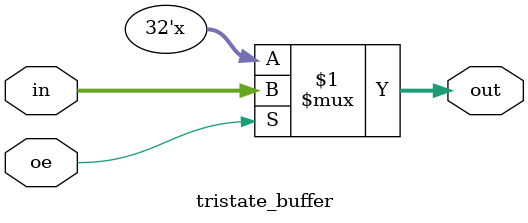
<source format=v>
module tristate_buffer (
    in, oe, out
);

    input [31:0] in;
    input oe;
    output [31:0] out;

    assign out = oe ? in : 32'bz;    
endmodule
</source>
